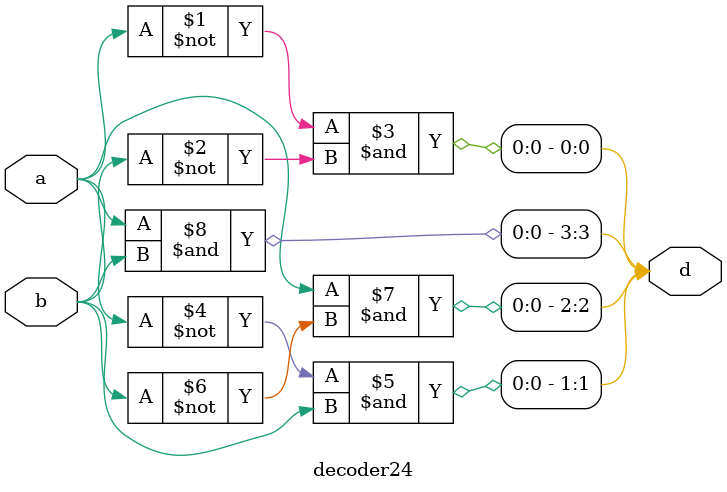
<source format=v>
`timescale 1ns / 1ps
module decoder24(a,b,d
    );
input a,b;
output [3:0]d;
assign d[0] = (~a & ~b),
		 d[1] = (~a & b),
		 d[2] = (a & ~b),
		  d[3] = (a & b);	

endmodule

</source>
